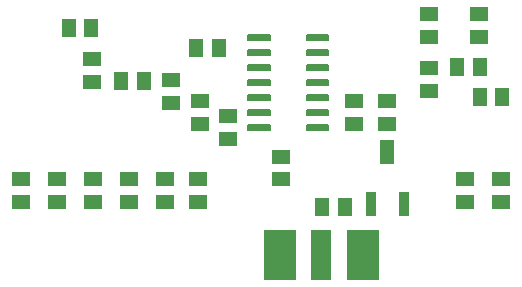
<source format=gbr>
G04 EAGLE Gerber RS-274X export*
G75*
%MOMM*%
%FSLAX34Y34*%
%LPD*%
%INSolderpaste Top*%
%IPPOS*%
%AMOC8*
5,1,8,0,0,1.08239X$1,22.5*%
G01*
%ADD10R,1.300000X1.500000*%
%ADD11R,1.500000X1.300000*%
%ADD12R,0.900000X2.000000*%
%ADD13R,1.300000X2.000000*%
%ADD14C,0.147500*%
%ADD15R,1.778000X4.191000*%
%ADD16R,2.667000X4.191000*%


D10*
X354990Y72390D03*
X373990Y72390D03*
D11*
X487680Y235560D03*
X487680Y216560D03*
D10*
X488340Y165100D03*
X507340Y165100D03*
D11*
X506730Y76860D03*
X506730Y95860D03*
D10*
X140360Y223520D03*
X159360Y223520D03*
D11*
X410210Y142900D03*
X410210Y161900D03*
X191770Y95860D03*
X191770Y76860D03*
X227330Y160680D03*
X227330Y179680D03*
X222250Y95860D03*
X222250Y76860D03*
X275590Y130200D03*
X275590Y149200D03*
X445770Y235560D03*
X445770Y216560D03*
X476250Y76860D03*
X476250Y95860D03*
D12*
X396210Y74520D03*
D13*
X410210Y118520D03*
D12*
X424210Y74520D03*
D10*
X267310Y207010D03*
X248310Y207010D03*
D11*
X445770Y170840D03*
X445770Y189840D03*
D10*
X469290Y190500D03*
X488290Y190500D03*
D11*
X160020Y178460D03*
X160020Y197460D03*
D10*
X203810Y179070D03*
X184810Y179070D03*
D11*
X161290Y95860D03*
X161290Y76860D03*
X100330Y76860D03*
X100330Y95860D03*
X382270Y142900D03*
X382270Y161900D03*
X250190Y76860D03*
X250190Y95860D03*
X251460Y142900D03*
X251460Y161900D03*
X320040Y95910D03*
X320040Y114910D03*
D14*
X310603Y213687D02*
X292577Y213687D01*
X292577Y218113D01*
X310603Y218113D01*
X310603Y213687D01*
X310603Y215088D02*
X292577Y215088D01*
X292577Y216489D02*
X310603Y216489D01*
X310603Y217890D02*
X292577Y217890D01*
X292577Y200987D02*
X310603Y200987D01*
X292577Y200987D02*
X292577Y205413D01*
X310603Y205413D01*
X310603Y200987D01*
X310603Y202388D02*
X292577Y202388D01*
X292577Y203789D02*
X310603Y203789D01*
X310603Y205190D02*
X292577Y205190D01*
X292577Y188287D02*
X310603Y188287D01*
X292577Y188287D02*
X292577Y192713D01*
X310603Y192713D01*
X310603Y188287D01*
X310603Y189688D02*
X292577Y189688D01*
X292577Y191089D02*
X310603Y191089D01*
X310603Y192490D02*
X292577Y192490D01*
X292577Y175587D02*
X310603Y175587D01*
X292577Y175587D02*
X292577Y180013D01*
X310603Y180013D01*
X310603Y175587D01*
X310603Y176988D02*
X292577Y176988D01*
X292577Y178389D02*
X310603Y178389D01*
X310603Y179790D02*
X292577Y179790D01*
X292577Y162887D02*
X310603Y162887D01*
X292577Y162887D02*
X292577Y167313D01*
X310603Y167313D01*
X310603Y162887D01*
X310603Y164288D02*
X292577Y164288D01*
X292577Y165689D02*
X310603Y165689D01*
X310603Y167090D02*
X292577Y167090D01*
X292577Y150187D02*
X310603Y150187D01*
X292577Y150187D02*
X292577Y154613D01*
X310603Y154613D01*
X310603Y150187D01*
X310603Y151588D02*
X292577Y151588D01*
X292577Y152989D02*
X310603Y152989D01*
X310603Y154390D02*
X292577Y154390D01*
X292577Y137487D02*
X310603Y137487D01*
X292577Y137487D02*
X292577Y141913D01*
X310603Y141913D01*
X310603Y137487D01*
X310603Y138888D02*
X292577Y138888D01*
X292577Y140289D02*
X310603Y140289D01*
X310603Y141690D02*
X292577Y141690D01*
X342177Y137487D02*
X360203Y137487D01*
X342177Y137487D02*
X342177Y141913D01*
X360203Y141913D01*
X360203Y137487D01*
X360203Y138888D02*
X342177Y138888D01*
X342177Y140289D02*
X360203Y140289D01*
X360203Y141690D02*
X342177Y141690D01*
X342177Y150187D02*
X360203Y150187D01*
X342177Y150187D02*
X342177Y154613D01*
X360203Y154613D01*
X360203Y150187D01*
X360203Y151588D02*
X342177Y151588D01*
X342177Y152989D02*
X360203Y152989D01*
X360203Y154390D02*
X342177Y154390D01*
X342177Y162887D02*
X360203Y162887D01*
X342177Y162887D02*
X342177Y167313D01*
X360203Y167313D01*
X360203Y162887D01*
X360203Y164288D02*
X342177Y164288D01*
X342177Y165689D02*
X360203Y165689D01*
X360203Y167090D02*
X342177Y167090D01*
X342177Y175587D02*
X360203Y175587D01*
X342177Y175587D02*
X342177Y180013D01*
X360203Y180013D01*
X360203Y175587D01*
X360203Y176988D02*
X342177Y176988D01*
X342177Y178389D02*
X360203Y178389D01*
X360203Y179790D02*
X342177Y179790D01*
X342177Y188287D02*
X360203Y188287D01*
X342177Y188287D02*
X342177Y192713D01*
X360203Y192713D01*
X360203Y188287D01*
X360203Y189688D02*
X342177Y189688D01*
X342177Y191089D02*
X360203Y191089D01*
X360203Y192490D02*
X342177Y192490D01*
X342177Y200987D02*
X360203Y200987D01*
X342177Y200987D02*
X342177Y205413D01*
X360203Y205413D01*
X360203Y200987D01*
X360203Y202388D02*
X342177Y202388D01*
X342177Y203789D02*
X360203Y203789D01*
X360203Y205190D02*
X342177Y205190D01*
X342177Y213687D02*
X360203Y213687D01*
X342177Y213687D02*
X342177Y218113D01*
X360203Y218113D01*
X360203Y213687D01*
X360203Y215088D02*
X342177Y215088D01*
X342177Y216489D02*
X360203Y216489D01*
X360203Y217890D02*
X342177Y217890D01*
D15*
X354330Y31314D03*
D16*
X319384Y31314D03*
X389276Y31314D03*
D11*
X130810Y76860D03*
X130810Y95860D03*
M02*

</source>
